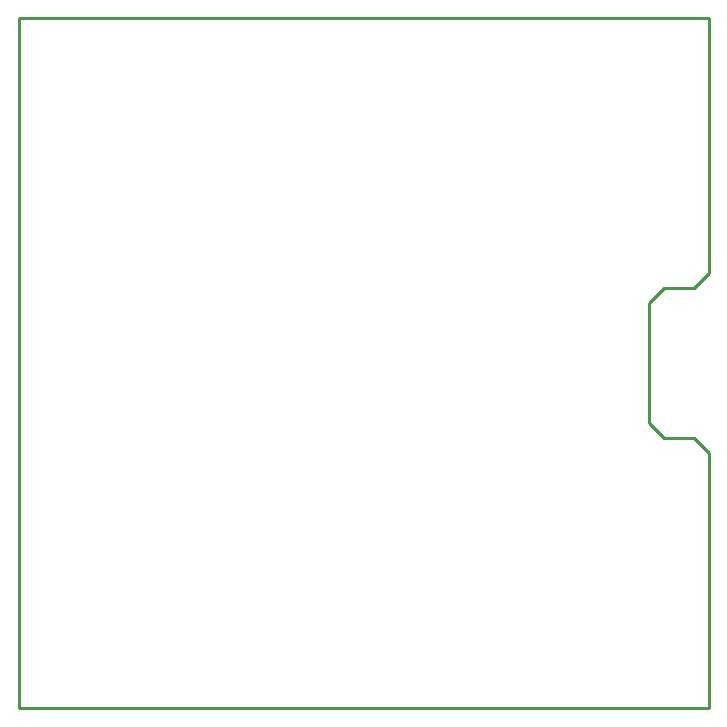
<source format=gko>
G04 Layer: BoardOutlineLayer*
G04 EasyEDA v6.5.15, 2022-10-06 20:38:00*
G04 44a05442b3094d8486212c110c7f242b,5a6b42c53f6a479593ecc07194224c93,10*
G04 Gerber Generator version 0.2*
G04 Scale: 100 percent, Rotated: No, Reflected: No *
G04 Dimensions in millimeters *
G04 leading zeros omitted , absolute positions ,4 integer and 5 decimal *
%FSLAX45Y45*%
%MOMM*%

%ADD10C,0.2540*%
D10*
X0Y5842000D02*
G01*
X5842000Y5842000D01*
X5842000Y3683000D01*
X5842000Y2159000D02*
G01*
X5842000Y0D01*
X0Y507D01*
X0Y5842000D01*
X5842000Y3683000D02*
G01*
X5715000Y3556000D01*
X5461000Y3556000D01*
X5334000Y3429000D01*
X5334000Y2413000D01*
X5461000Y2286000D01*
X5715000Y2286000D01*
X5842000Y2159000D01*

%LPD*%
M02*

</source>
